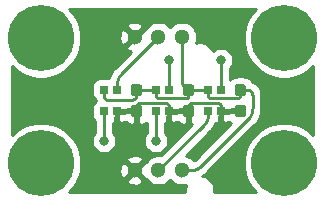
<source format=gtl>
%TF.GenerationSoftware,KiCad,Pcbnew,(5.1.10)-1*%
%TF.CreationDate,2021-09-27T16:18:06+09:00*%
%TF.ProjectId,EXTERNAL_LED_BOARD,45585445-524e-4414-9c5f-4c45445f424f,rev?*%
%TF.SameCoordinates,Original*%
%TF.FileFunction,Copper,L1,Top*%
%TF.FilePolarity,Positive*%
%FSLAX46Y46*%
G04 Gerber Fmt 4.6, Leading zero omitted, Abs format (unit mm)*
G04 Created by KiCad (PCBNEW (5.1.10)-1) date 2021-09-27 16:18:06*
%MOMM*%
%LPD*%
G01*
G04 APERTURE LIST*
%TA.AperFunction,SMDPad,CuDef*%
%ADD10R,0.700000X0.700000*%
%TD*%
%TA.AperFunction,ComponentPad*%
%ADD11C,1.300000*%
%TD*%
%TA.AperFunction,ConnectorPad*%
%ADD12C,5.600000*%
%TD*%
%TA.AperFunction,ComponentPad*%
%ADD13C,3.600000*%
%TD*%
%TA.AperFunction,ViaPad*%
%ADD14C,0.800000*%
%TD*%
%TA.AperFunction,Conductor*%
%ADD15C,0.250000*%
%TD*%
%TA.AperFunction,Conductor*%
%ADD16C,0.254000*%
%TD*%
%TA.AperFunction,Conductor*%
%ADD17C,0.100000*%
%TD*%
G04 APERTURE END LIST*
D10*
%TO.P,U3,2*%
%TO.N,GND*%
X139656000Y-99920501D03*
%TO.P,U3,1*%
%TO.N,/OUT*%
X138556000Y-99920501D03*
%TO.P,U3,4*%
%TO.N,+5V*%
X138556000Y-98090501D03*
%TO.P,U3,3*%
%TO.N,Net-(U2-Pad1)*%
X139656000Y-98090501D03*
%TD*%
%TO.P,U2,2*%
%TO.N,GND*%
X135256000Y-99920501D03*
%TO.P,U2,1*%
%TO.N,Net-(U2-Pad1)*%
X134156000Y-99920501D03*
%TO.P,U2,4*%
%TO.N,+5V*%
X134156000Y-98090501D03*
%TO.P,U2,3*%
%TO.N,Net-(U1-Pad1)*%
X135256000Y-98090501D03*
%TD*%
%TO.P,C3,2*%
%TO.N,GND*%
%TA.AperFunction,SMDPad,CuDef*%
G36*
G01*
X141068500Y-99355501D02*
X141543500Y-99355501D01*
G75*
G02*
X141781000Y-99593001I0J-237500D01*
G01*
X141781000Y-100168001D01*
G75*
G02*
X141543500Y-100405501I-237500J0D01*
G01*
X141068500Y-100405501D01*
G75*
G02*
X140831000Y-100168001I0J237500D01*
G01*
X140831000Y-99593001D01*
G75*
G02*
X141068500Y-99355501I237500J0D01*
G01*
G37*
%TD.AperFunction*%
%TO.P,C3,1*%
%TO.N,+5V*%
%TA.AperFunction,SMDPad,CuDef*%
G36*
G01*
X141068500Y-97605501D02*
X141543500Y-97605501D01*
G75*
G02*
X141781000Y-97843001I0J-237500D01*
G01*
X141781000Y-98418001D01*
G75*
G02*
X141543500Y-98655501I-237500J0D01*
G01*
X141068500Y-98655501D01*
G75*
G02*
X140831000Y-98418001I0J237500D01*
G01*
X140831000Y-97843001D01*
G75*
G02*
X141068500Y-97605501I237500J0D01*
G01*
G37*
%TD.AperFunction*%
%TD*%
%TO.P,C2,2*%
%TO.N,GND*%
%TA.AperFunction,SMDPad,CuDef*%
G36*
G01*
X136668500Y-99355501D02*
X137143500Y-99355501D01*
G75*
G02*
X137381000Y-99593001I0J-237500D01*
G01*
X137381000Y-100168001D01*
G75*
G02*
X137143500Y-100405501I-237500J0D01*
G01*
X136668500Y-100405501D01*
G75*
G02*
X136431000Y-100168001I0J237500D01*
G01*
X136431000Y-99593001D01*
G75*
G02*
X136668500Y-99355501I237500J0D01*
G01*
G37*
%TD.AperFunction*%
%TO.P,C2,1*%
%TO.N,+5V*%
%TA.AperFunction,SMDPad,CuDef*%
G36*
G01*
X136668500Y-97605501D02*
X137143500Y-97605501D01*
G75*
G02*
X137381000Y-97843001I0J-237500D01*
G01*
X137381000Y-98418001D01*
G75*
G02*
X137143500Y-98655501I-237500J0D01*
G01*
X136668500Y-98655501D01*
G75*
G02*
X136431000Y-98418001I0J237500D01*
G01*
X136431000Y-97843001D01*
G75*
G02*
X136668500Y-97605501I237500J0D01*
G01*
G37*
%TD.AperFunction*%
%TD*%
D11*
%TO.P,J2,3*%
%TO.N,GND*%
X132356000Y-104911000D03*
%TO.P,J2,2*%
%TO.N,/OUT*%
X134356000Y-104911000D03*
%TO.P,J2,1*%
%TO.N,+5V*%
X136356000Y-104911000D03*
%TD*%
%TO.P,J1,3*%
%TO.N,GND*%
X132356000Y-93620400D03*
%TO.P,J1,2*%
%TO.N,/IN*%
X134356000Y-93620400D03*
%TO.P,J1,1*%
%TO.N,+5V*%
X136356000Y-93620400D03*
%TD*%
D10*
%TO.P,U1,2*%
%TO.N,GND*%
X130856000Y-99920501D03*
%TO.P,U1,1*%
%TO.N,Net-(U1-Pad1)*%
X129756000Y-99920501D03*
%TO.P,U1,4*%
%TO.N,+5V*%
X129756000Y-98090501D03*
%TO.P,U1,3*%
%TO.N,/IN*%
X130856000Y-98090501D03*
%TD*%
%TO.P,C1,2*%
%TO.N,GND*%
%TA.AperFunction,SMDPad,CuDef*%
G36*
G01*
X132268500Y-99355501D02*
X132743500Y-99355501D01*
G75*
G02*
X132981000Y-99593001I0J-237500D01*
G01*
X132981000Y-100168001D01*
G75*
G02*
X132743500Y-100405501I-237500J0D01*
G01*
X132268500Y-100405501D01*
G75*
G02*
X132031000Y-100168001I0J237500D01*
G01*
X132031000Y-99593001D01*
G75*
G02*
X132268500Y-99355501I237500J0D01*
G01*
G37*
%TD.AperFunction*%
%TO.P,C1,1*%
%TO.N,+5V*%
%TA.AperFunction,SMDPad,CuDef*%
G36*
G01*
X132268500Y-97605501D02*
X132743500Y-97605501D01*
G75*
G02*
X132981000Y-97843001I0J-237500D01*
G01*
X132981000Y-98418001D01*
G75*
G02*
X132743500Y-98655501I-237500J0D01*
G01*
X132268500Y-98655501D01*
G75*
G02*
X132031000Y-98418001I0J237500D01*
G01*
X132031000Y-97843001D01*
G75*
G02*
X132268500Y-97605501I237500J0D01*
G01*
G37*
%TD.AperFunction*%
%TD*%
D12*
%TO.P,H3,1*%
%TO.N,N/C*%
X124406000Y-104306000D03*
D13*
X124406000Y-104306000D03*
%TD*%
D12*
%TO.P,H4,1*%
%TO.N,N/C*%
X145006000Y-104306000D03*
D13*
X145006000Y-104306000D03*
%TD*%
D12*
%TO.P,H2,1*%
%TO.N,N/C*%
X145006000Y-93705500D03*
D13*
X145006000Y-93705500D03*
%TD*%
D12*
%TO.P,H1,1*%
%TO.N,N/C*%
X124406000Y-93705500D03*
D13*
X124406000Y-93705500D03*
%TD*%
D14*
%TO.N,Net-(U1-Pad1)*%
X135256000Y-95590501D03*
X129756000Y-102420501D03*
%TO.N,Net-(U2-Pad1)*%
X134156000Y-102420501D03*
X139656000Y-95590501D03*
%TD*%
D15*
%TO.N,GND*%
X139656000Y-99498600D02*
X139655736Y-99482534D01*
X139655736Y-99482534D02*
X139654945Y-99466994D01*
X139654945Y-99466994D02*
X139653629Y-99451982D01*
X139653629Y-99451982D02*
X139651784Y-99437497D01*
X139651784Y-99437497D02*
X139649414Y-99423537D01*
X139649414Y-99423537D02*
X139646517Y-99410105D01*
X139646517Y-99410105D02*
X139643093Y-99397201D01*
X139643093Y-99397201D02*
X139639142Y-99384822D01*
X139639142Y-99384822D02*
X139634666Y-99372970D01*
X139634666Y-99372970D02*
X139629660Y-99361646D01*
X139629660Y-99361646D02*
X139624131Y-99350847D01*
X139624131Y-99350847D02*
X139618073Y-99340576D01*
X139618073Y-99340576D02*
X139611489Y-99330830D01*
X139611489Y-99330830D02*
X139604377Y-99321612D01*
X139604377Y-99321612D02*
X139596741Y-99312922D01*
X139596741Y-99312922D02*
X139588575Y-99304758D01*
X139588575Y-99304758D02*
X139579884Y-99297119D01*
X139579884Y-99297119D02*
X139570665Y-99290008D01*
X139570665Y-99290008D02*
X139560922Y-99283424D01*
X139560922Y-99283424D02*
X139550650Y-99277367D01*
X139550650Y-99277367D02*
X139539852Y-99271836D01*
X139539852Y-99271836D02*
X139528527Y-99266832D01*
X139528527Y-99266832D02*
X139516675Y-99262354D01*
X139516675Y-99262354D02*
X139504296Y-99258404D01*
X139504296Y-99258404D02*
X139491392Y-99254979D01*
X139491392Y-99254979D02*
X139477959Y-99252083D01*
X139477959Y-99252083D02*
X139464001Y-99249713D01*
X139464001Y-99249713D02*
X139449515Y-99247868D01*
X139449515Y-99247868D02*
X139434504Y-99246552D01*
X139434504Y-99246552D02*
X139418964Y-99245762D01*
X139418964Y-99245762D02*
X139402900Y-99245500D01*
X137101500Y-99245500D02*
X137089090Y-99245702D01*
X137089090Y-99245702D02*
X137077087Y-99246312D01*
X137077087Y-99246312D02*
X137065491Y-99247329D01*
X137065491Y-99247329D02*
X137054302Y-99248754D01*
X137054302Y-99248754D02*
X137043519Y-99250584D01*
X137043519Y-99250584D02*
X137033144Y-99252822D01*
X137033144Y-99252822D02*
X137023176Y-99255467D01*
X137023176Y-99255467D02*
X137013615Y-99258518D01*
X137013615Y-99258518D02*
X137004461Y-99261977D01*
X137004461Y-99261977D02*
X136995712Y-99265842D01*
X136995712Y-99265842D02*
X136987373Y-99270115D01*
X136987373Y-99270115D02*
X136979438Y-99274793D01*
X136979438Y-99274793D02*
X136971911Y-99279879D01*
X136971911Y-99279879D02*
X136964790Y-99285372D01*
X136964790Y-99285372D02*
X136958077Y-99291272D01*
X136958077Y-99291272D02*
X136951770Y-99297578D01*
X136951770Y-99297578D02*
X136945871Y-99304290D01*
X136945871Y-99304290D02*
X136940379Y-99311411D01*
X136940379Y-99311411D02*
X136935293Y-99318938D01*
X136935293Y-99318938D02*
X136930614Y-99326872D01*
X136930614Y-99326872D02*
X136926342Y-99335213D01*
X136926342Y-99335213D02*
X136922477Y-99343961D01*
X136922477Y-99343961D02*
X136919017Y-99353115D01*
X136919017Y-99353115D02*
X136915967Y-99362677D01*
X136915967Y-99362677D02*
X136913322Y-99372644D01*
X136913322Y-99372644D02*
X136911084Y-99383019D01*
X136911084Y-99383019D02*
X136909254Y-99393802D01*
X136909254Y-99393802D02*
X136907830Y-99404991D01*
X136907830Y-99404991D02*
X136906812Y-99416586D01*
X136906812Y-99416586D02*
X136906202Y-99428590D01*
X136906202Y-99428590D02*
X136906000Y-99441000D01*
X135256000Y-99518200D02*
X135255715Y-99500889D01*
X135255715Y-99500889D02*
X135254864Y-99484146D01*
X135254864Y-99484146D02*
X135253444Y-99467972D01*
X135253444Y-99467972D02*
X135251458Y-99452365D01*
X135251458Y-99452365D02*
X135248904Y-99437324D01*
X135248904Y-99437324D02*
X135245783Y-99422852D01*
X135245783Y-99422852D02*
X135242094Y-99408948D01*
X135242094Y-99408948D02*
X135237838Y-99395611D01*
X135237838Y-99395611D02*
X135233013Y-99382842D01*
X135233013Y-99382842D02*
X135227623Y-99370640D01*
X135227623Y-99370640D02*
X135221663Y-99359005D01*
X135221663Y-99359005D02*
X135215136Y-99347939D01*
X135215136Y-99347939D02*
X135208042Y-99337439D01*
X135208042Y-99337439D02*
X135200380Y-99327506D01*
X135200380Y-99327506D02*
X135192151Y-99318143D01*
X135192151Y-99318143D02*
X135183354Y-99309346D01*
X135183354Y-99309346D02*
X135173990Y-99301117D01*
X135173990Y-99301117D02*
X135164058Y-99293455D01*
X135164058Y-99293455D02*
X135153559Y-99286361D01*
X135153559Y-99286361D02*
X135142492Y-99279835D01*
X135142492Y-99279835D02*
X135130858Y-99273875D01*
X135130858Y-99273875D02*
X135118655Y-99268484D01*
X135118655Y-99268484D02*
X135105886Y-99263659D01*
X135105886Y-99263659D02*
X135092549Y-99259404D01*
X135092549Y-99259404D02*
X135078645Y-99255714D01*
X135078645Y-99255714D02*
X135064172Y-99252592D01*
X135064172Y-99252592D02*
X135049132Y-99250039D01*
X135049132Y-99250039D02*
X135033525Y-99248052D01*
X135033525Y-99248052D02*
X135017351Y-99246633D01*
X135017351Y-99246633D02*
X135000609Y-99245782D01*
X135000609Y-99245782D02*
X134983300Y-99245500D01*
X132732700Y-99245500D02*
X132718309Y-99245735D01*
X132718309Y-99245735D02*
X132704390Y-99246442D01*
X132704390Y-99246442D02*
X132690945Y-99247621D01*
X132690945Y-99247621D02*
X132677970Y-99249273D01*
X132677970Y-99249273D02*
X132665467Y-99251396D01*
X132665467Y-99251396D02*
X132653436Y-99253990D01*
X132653436Y-99253990D02*
X132641877Y-99257058D01*
X132641877Y-99257058D02*
X132630790Y-99260596D01*
X132630790Y-99260596D02*
X132620174Y-99264607D01*
X132620174Y-99264607D02*
X132610030Y-99269089D01*
X132610030Y-99269089D02*
X132600359Y-99274043D01*
X132600359Y-99274043D02*
X132591159Y-99279468D01*
X132591159Y-99279468D02*
X132582429Y-99285365D01*
X132582429Y-99285365D02*
X132574174Y-99291735D01*
X132574174Y-99291735D02*
X132566389Y-99298576D01*
X132566389Y-99298576D02*
X132559076Y-99305889D01*
X132559076Y-99305889D02*
X132552235Y-99313673D01*
X132552235Y-99313673D02*
X132545865Y-99321930D01*
X132545865Y-99321930D02*
X132539969Y-99330659D01*
X132539969Y-99330659D02*
X132534542Y-99339859D01*
X132534542Y-99339859D02*
X132529588Y-99349531D01*
X132529588Y-99349531D02*
X132525107Y-99359674D01*
X132525107Y-99359674D02*
X132521096Y-99370290D01*
X132521096Y-99370290D02*
X132517557Y-99381377D01*
X132517557Y-99381377D02*
X132514491Y-99392936D01*
X132514491Y-99392936D02*
X132511896Y-99404966D01*
X132511896Y-99404966D02*
X132509773Y-99417470D01*
X132509773Y-99417470D02*
X132508122Y-99430444D01*
X132508122Y-99430444D02*
X132506942Y-99443890D01*
X132506942Y-99443890D02*
X132506235Y-99457809D01*
X132506235Y-99457809D02*
X132506000Y-99472200D01*
X132466000Y-99920501D02*
X132506000Y-99880501D01*
X130856000Y-99920501D02*
X132466000Y-99920501D01*
X135256000Y-99735499D02*
X135256000Y-99920501D01*
X136866000Y-99920501D02*
X136906000Y-99880501D01*
X135256000Y-99920501D02*
X136866000Y-99920501D01*
X141266000Y-99920501D02*
X141306000Y-99880501D01*
X139656000Y-99920501D02*
X141266000Y-99920501D01*
X132506000Y-99880501D02*
X132506000Y-99472200D01*
X132732700Y-99245500D02*
X134983300Y-99245500D01*
X132506000Y-99472200D02*
X132732700Y-99245500D01*
X135256000Y-99518200D02*
X135256000Y-99920501D01*
X136906000Y-99880501D02*
X136906000Y-99441000D01*
X137101500Y-99245500D02*
X139402900Y-99245500D01*
X136906000Y-99441000D02*
X137101500Y-99245500D01*
X139656000Y-99498600D02*
X139656000Y-99920501D01*
%TO.N,+5V*%
X142328900Y-98552000D02*
X142328460Y-98525243D01*
X142328460Y-98525243D02*
X142327144Y-98499365D01*
X142327144Y-98499365D02*
X142324951Y-98474365D01*
X142324951Y-98474365D02*
X142321881Y-98450242D01*
X142321881Y-98450242D02*
X142317933Y-98426996D01*
X142317933Y-98426996D02*
X142313109Y-98404628D01*
X142313109Y-98404628D02*
X142307408Y-98383136D01*
X142307408Y-98383136D02*
X142300828Y-98362521D01*
X142300828Y-98362521D02*
X142293371Y-98342785D01*
X142293371Y-98342785D02*
X142285038Y-98323924D01*
X142285038Y-98323924D02*
X142275827Y-98305941D01*
X142275827Y-98305941D02*
X142265740Y-98288836D01*
X142265740Y-98288836D02*
X142254774Y-98272607D01*
X142254774Y-98272607D02*
X142242932Y-98257257D01*
X142242932Y-98257257D02*
X142230212Y-98242783D01*
X142230212Y-98242783D02*
X142216615Y-98229186D01*
X142216615Y-98229186D02*
X142202141Y-98216466D01*
X142202141Y-98216466D02*
X142186791Y-98204623D01*
X142186791Y-98204623D02*
X142170562Y-98193659D01*
X142170562Y-98193659D02*
X142153457Y-98183570D01*
X142153457Y-98183570D02*
X142135474Y-98174359D01*
X142135474Y-98174359D02*
X142116613Y-98166027D01*
X142116613Y-98166027D02*
X142096877Y-98158570D01*
X142096877Y-98158570D02*
X142076262Y-98151990D01*
X142076262Y-98151990D02*
X142054770Y-98146290D01*
X142054770Y-98146290D02*
X142032401Y-98141465D01*
X142032401Y-98141465D02*
X142009155Y-98137518D01*
X142009155Y-98137518D02*
X141985032Y-98134446D01*
X141985032Y-98134446D02*
X141960032Y-98132254D01*
X141960032Y-98132254D02*
X141934154Y-98130938D01*
X141934154Y-98130938D02*
X141907401Y-98130501D01*
X136906000Y-98590100D02*
X136905785Y-98603135D01*
X136905785Y-98603135D02*
X136905144Y-98615746D01*
X136905144Y-98615746D02*
X136904075Y-98627927D01*
X136904075Y-98627927D02*
X136902579Y-98639684D01*
X136902579Y-98639684D02*
X136900655Y-98651010D01*
X136900655Y-98651010D02*
X136898304Y-98661910D01*
X136898304Y-98661910D02*
X136895526Y-98672383D01*
X136895526Y-98672383D02*
X136892319Y-98682428D01*
X136892319Y-98682428D02*
X136888687Y-98692046D01*
X136888687Y-98692046D02*
X136884626Y-98701236D01*
X136884626Y-98701236D02*
X136880138Y-98709999D01*
X136880138Y-98709999D02*
X136875222Y-98718333D01*
X136875222Y-98718333D02*
X136869879Y-98726241D01*
X136869879Y-98726241D02*
X136864108Y-98733722D01*
X136864108Y-98733722D02*
X136857910Y-98740775D01*
X136857910Y-98740775D02*
X136851285Y-98747400D01*
X136851285Y-98747400D02*
X136844231Y-98753599D01*
X136844231Y-98753599D02*
X136836752Y-98759369D01*
X136836752Y-98759369D02*
X136828843Y-98764712D01*
X136828843Y-98764712D02*
X136820509Y-98769628D01*
X136820509Y-98769628D02*
X136811745Y-98774116D01*
X136811745Y-98774116D02*
X136802556Y-98778177D01*
X136802556Y-98778177D02*
X136792938Y-98781809D01*
X136792938Y-98781809D02*
X136782893Y-98785016D01*
X136782893Y-98785016D02*
X136772420Y-98787795D01*
X136772420Y-98787795D02*
X136761520Y-98790145D01*
X136761520Y-98790145D02*
X136750193Y-98792069D01*
X136750193Y-98792069D02*
X136738439Y-98793565D01*
X136738439Y-98793565D02*
X136726256Y-98794634D01*
X136726256Y-98794634D02*
X136713647Y-98795275D01*
X136713647Y-98795275D02*
X136700610Y-98795490D01*
X134431690Y-98795490D02*
X134414189Y-98795202D01*
X134414189Y-98795202D02*
X134397263Y-98794342D01*
X134397263Y-98794342D02*
X134380910Y-98792907D01*
X134380910Y-98792907D02*
X134365132Y-98790899D01*
X134365132Y-98790899D02*
X134349929Y-98788317D01*
X134349929Y-98788317D02*
X134335297Y-98785162D01*
X134335297Y-98785162D02*
X134321240Y-98781432D01*
X134321240Y-98781432D02*
X134307757Y-98777128D01*
X134307757Y-98777128D02*
X134294847Y-98772252D01*
X134294847Y-98772252D02*
X134282511Y-98766801D01*
X134282511Y-98766801D02*
X134270750Y-98760777D01*
X134270750Y-98760777D02*
X134259561Y-98754178D01*
X134259561Y-98754178D02*
X134248947Y-98747006D01*
X134248947Y-98747006D02*
X134238907Y-98739261D01*
X134238907Y-98739261D02*
X134229439Y-98730941D01*
X134229439Y-98730941D02*
X134220546Y-98722048D01*
X134220546Y-98722048D02*
X134212227Y-98712581D01*
X134212227Y-98712581D02*
X134204480Y-98702539D01*
X134204480Y-98702539D02*
X134197309Y-98691925D01*
X134197309Y-98691925D02*
X134190711Y-98680737D01*
X134190711Y-98680737D02*
X134184686Y-98668975D01*
X134184686Y-98668975D02*
X134179235Y-98656640D01*
X134179235Y-98656640D02*
X134174359Y-98643730D01*
X134174359Y-98643730D02*
X134170055Y-98630247D01*
X134170055Y-98630247D02*
X134166326Y-98616190D01*
X134166326Y-98616190D02*
X134163171Y-98601559D01*
X134163171Y-98601559D02*
X134160588Y-98586355D01*
X134160588Y-98586355D02*
X134158580Y-98570575D01*
X134158580Y-98570575D02*
X134157147Y-98554224D01*
X134157147Y-98554224D02*
X134156285Y-98537297D01*
X134156285Y-98537297D02*
X134156000Y-98519800D01*
X141306000Y-98444600D02*
X141305633Y-98466871D01*
X141305633Y-98466871D02*
X141304538Y-98488414D01*
X141304538Y-98488414D02*
X141302712Y-98509226D01*
X141302712Y-98509226D02*
X141300156Y-98529309D01*
X141300156Y-98529309D02*
X141296870Y-98548661D01*
X141296870Y-98548661D02*
X141292854Y-98567282D01*
X141292854Y-98567282D02*
X141288107Y-98585174D01*
X141288107Y-98585174D02*
X141282630Y-98602334D01*
X141282630Y-98602334D02*
X141276423Y-98618766D01*
X141276423Y-98618766D02*
X141269485Y-98634466D01*
X141269485Y-98634466D02*
X141261818Y-98649437D01*
X141261818Y-98649437D02*
X141253420Y-98663676D01*
X141253420Y-98663676D02*
X141244291Y-98677186D01*
X141244291Y-98677186D02*
X141234433Y-98689966D01*
X141234433Y-98689966D02*
X141223844Y-98702016D01*
X141223844Y-98702016D02*
X141212525Y-98713334D01*
X141212525Y-98713334D02*
X141200476Y-98723924D01*
X141200476Y-98723924D02*
X141187696Y-98733781D01*
X141187696Y-98733781D02*
X141174186Y-98742910D01*
X141174186Y-98742910D02*
X141159947Y-98751308D01*
X141159947Y-98751308D02*
X141144976Y-98758976D01*
X141144976Y-98758976D02*
X141129276Y-98765913D01*
X141129276Y-98765913D02*
X141112845Y-98772120D01*
X141112845Y-98772120D02*
X141095683Y-98777597D01*
X141095683Y-98777597D02*
X141077791Y-98782345D01*
X141077791Y-98782345D02*
X141059170Y-98786360D01*
X141059170Y-98786360D02*
X141039818Y-98789647D01*
X141039818Y-98789647D02*
X141019736Y-98792202D01*
X141019736Y-98792202D02*
X140998924Y-98794029D01*
X140998924Y-98794029D02*
X140977381Y-98795123D01*
X140977381Y-98795123D02*
X140955110Y-98795490D01*
X138813190Y-98795490D02*
X138796862Y-98795221D01*
X138796862Y-98795221D02*
X138781073Y-98794419D01*
X138781073Y-98794419D02*
X138765818Y-98793080D01*
X138765818Y-98793080D02*
X138751099Y-98791207D01*
X138751099Y-98791207D02*
X138736914Y-98788798D01*
X138736914Y-98788798D02*
X138723266Y-98785855D01*
X138723266Y-98785855D02*
X138710153Y-98782375D01*
X138710153Y-98782375D02*
X138697573Y-98778360D01*
X138697573Y-98778360D02*
X138685531Y-98773811D01*
X138685531Y-98773811D02*
X138674022Y-98768726D01*
X138674022Y-98768726D02*
X138663050Y-98763106D01*
X138663050Y-98763106D02*
X138652612Y-98756950D01*
X138652612Y-98756950D02*
X138642709Y-98750259D01*
X138642709Y-98750259D02*
X138633343Y-98743034D01*
X138633343Y-98743034D02*
X138624511Y-98735272D01*
X138624511Y-98735272D02*
X138616214Y-98726976D01*
X138616214Y-98726976D02*
X138608454Y-98718145D01*
X138608454Y-98718145D02*
X138601227Y-98708776D01*
X138601227Y-98708776D02*
X138594536Y-98698875D01*
X138594536Y-98698875D02*
X138588382Y-98688438D01*
X138588382Y-98688438D02*
X138582761Y-98677465D01*
X138582761Y-98677465D02*
X138577677Y-98665957D01*
X138577677Y-98665957D02*
X138573126Y-98653913D01*
X138573126Y-98653913D02*
X138569112Y-98641335D01*
X138569112Y-98641335D02*
X138565633Y-98628222D01*
X138565633Y-98628222D02*
X138562689Y-98614572D01*
X138562689Y-98614572D02*
X138560280Y-98600389D01*
X138560280Y-98600389D02*
X138558407Y-98585668D01*
X138558407Y-98585668D02*
X138557069Y-98570414D01*
X138557069Y-98570414D02*
X138556266Y-98554623D01*
X138556266Y-98554623D02*
X138556000Y-98538300D01*
X136904721Y-98526833D02*
X136905679Y-98507984D01*
X136905679Y-98507984D02*
X136906000Y-98488500D01*
X132506000Y-98368400D02*
X132506443Y-98395508D01*
X132506443Y-98395508D02*
X132507776Y-98421730D01*
X132507776Y-98421730D02*
X132509998Y-98447060D01*
X132509998Y-98447060D02*
X132513110Y-98471505D01*
X132513110Y-98471505D02*
X132517109Y-98495059D01*
X132517109Y-98495059D02*
X132521998Y-98517725D01*
X132521998Y-98517725D02*
X132527774Y-98539501D01*
X132527774Y-98539501D02*
X132534442Y-98560389D01*
X132506000Y-98494300D02*
X132505542Y-98522145D01*
X132505542Y-98522145D02*
X132504172Y-98549078D01*
X132504172Y-98549078D02*
X132501890Y-98575100D01*
X132501890Y-98575100D02*
X132498695Y-98600207D01*
X132498695Y-98600207D02*
X132494586Y-98624402D01*
X132494586Y-98624402D02*
X132489565Y-98647684D01*
X132489565Y-98647684D02*
X132483629Y-98670053D01*
X132483629Y-98670053D02*
X132476782Y-98691509D01*
X132476782Y-98691509D02*
X132469023Y-98712051D01*
X132469023Y-98712051D02*
X132460348Y-98731681D01*
X132460348Y-98731681D02*
X132450762Y-98750397D01*
X132450762Y-98750397D02*
X132440262Y-98768200D01*
X132440262Y-98768200D02*
X132428849Y-98785092D01*
X132428849Y-98785092D02*
X132416524Y-98801070D01*
X132416524Y-98801070D02*
X132403285Y-98816134D01*
X132403285Y-98816134D02*
X132389134Y-98830286D01*
X132389134Y-98830286D02*
X132374069Y-98843524D01*
X132374069Y-98843524D02*
X132358091Y-98855849D01*
X132358091Y-98855849D02*
X132341201Y-98867262D01*
X132341201Y-98867262D02*
X132323398Y-98877762D01*
X132323398Y-98877762D02*
X132304680Y-98887348D01*
X132304680Y-98887348D02*
X132285051Y-98896021D01*
X132285051Y-98896021D02*
X132264509Y-98903782D01*
X132264509Y-98903782D02*
X132243052Y-98910630D01*
X132243052Y-98910630D02*
X132220684Y-98916564D01*
X132220684Y-98916564D02*
X132197402Y-98921586D01*
X132197402Y-98921586D02*
X132173208Y-98925694D01*
X132173208Y-98925694D02*
X132148100Y-98928891D01*
X132148100Y-98928891D02*
X132122078Y-98931172D01*
X132122078Y-98931172D02*
X132095145Y-98932542D01*
X132095145Y-98932542D02*
X132067300Y-98933000D01*
X130048000Y-98933000D02*
X130029464Y-98932695D01*
X130029464Y-98932695D02*
X130011536Y-98931783D01*
X130011536Y-98931783D02*
X129994217Y-98930265D01*
X129994217Y-98930265D02*
X129977506Y-98928136D01*
X129977506Y-98928136D02*
X129961401Y-98925403D01*
X129961401Y-98925403D02*
X129945904Y-98922060D01*
X129945904Y-98922060D02*
X129931016Y-98918110D01*
X129931016Y-98918110D02*
X129916735Y-98913552D01*
X129916735Y-98913552D02*
X129903062Y-98908386D01*
X129903062Y-98908386D02*
X129889996Y-98902614D01*
X129889996Y-98902614D02*
X129877538Y-98896233D01*
X129877538Y-98896233D02*
X129865688Y-98889244D01*
X129865688Y-98889244D02*
X129854446Y-98881648D01*
X129854446Y-98881648D02*
X129843811Y-98873444D01*
X129843811Y-98873444D02*
X129833784Y-98864633D01*
X129833784Y-98864633D02*
X129824366Y-98855213D01*
X129824366Y-98855213D02*
X129815553Y-98845186D01*
X129815553Y-98845186D02*
X129807349Y-98834552D01*
X129807349Y-98834552D02*
X129799753Y-98823308D01*
X129799753Y-98823308D02*
X129792763Y-98811459D01*
X129792763Y-98811459D02*
X129786383Y-98799001D01*
X129786383Y-98799001D02*
X129780610Y-98785935D01*
X129780610Y-98785935D02*
X129775444Y-98772262D01*
X129775444Y-98772262D02*
X129770887Y-98757981D01*
X129770887Y-98757981D02*
X129766937Y-98743092D01*
X129766937Y-98743092D02*
X129763595Y-98727596D01*
X129763595Y-98727596D02*
X129760861Y-98711491D01*
X129760861Y-98711491D02*
X129758734Y-98694780D01*
X129758734Y-98694780D02*
X129757213Y-98677460D01*
X129757213Y-98677460D02*
X129756303Y-98659533D01*
X129756303Y-98659533D02*
X129756000Y-98641000D01*
X134116000Y-98130501D02*
X134156000Y-98090501D01*
X132506000Y-98130501D02*
X134116000Y-98130501D01*
X134156000Y-98090501D02*
X134156000Y-98275503D01*
X138516000Y-98130501D02*
X138556000Y-98090501D01*
X136906000Y-98130501D02*
X138516000Y-98130501D01*
X129756000Y-98090501D02*
X129756000Y-98641000D01*
X130048000Y-98933000D02*
X132067300Y-98933000D01*
X132506000Y-98494300D02*
X132506000Y-98130501D01*
X132506000Y-98130501D02*
X132506000Y-98482700D01*
X132506000Y-98130501D02*
X132506000Y-98368400D01*
X138556000Y-98090501D02*
X138556000Y-98538300D01*
X138813190Y-98795490D02*
X140955110Y-98795490D01*
X141306000Y-98444600D02*
X141306000Y-98130501D01*
X136906000Y-98488500D02*
X136906000Y-98130501D01*
X134156000Y-98090501D02*
X134156000Y-98519800D01*
X134431690Y-98795490D02*
X136700610Y-98795490D01*
X136906000Y-98590100D02*
X136906000Y-98130501D01*
X136356000Y-97580501D02*
X136906000Y-98130501D01*
X136356000Y-93620400D02*
X136356000Y-97580501D01*
X141306000Y-98130501D02*
X141907401Y-98130501D01*
X141975346Y-100531664D02*
X142016199Y-100488753D01*
X142016199Y-100488753D02*
X142054898Y-100443890D01*
X142054898Y-100443890D02*
X142091349Y-100397183D01*
X142091349Y-100397183D02*
X142125465Y-100348743D01*
X142125465Y-100348743D02*
X142157162Y-100298687D01*
X142157162Y-100298687D02*
X142186365Y-100247136D01*
X142186365Y-100247136D02*
X142213004Y-100194215D01*
X142213004Y-100194215D02*
X142237013Y-100140050D01*
X142237013Y-100140050D02*
X142258336Y-100084772D01*
X142258336Y-100084772D02*
X142276921Y-100028515D01*
X142276921Y-100028515D02*
X142292724Y-99971413D01*
X142292724Y-99971413D02*
X142305705Y-99913605D01*
X142305705Y-99913605D02*
X142315834Y-99855230D01*
X142315834Y-99855230D02*
X142323086Y-99796428D01*
X142323086Y-99796428D02*
X142327445Y-99737340D01*
X142327445Y-99737340D02*
X142328900Y-99678111D01*
X142328900Y-99678111D02*
X142328900Y-98552000D01*
X137096011Y-104911000D02*
X136356000Y-104911000D01*
X137096011Y-104911000D02*
X137155240Y-104909545D01*
X137155240Y-104909545D02*
X137214328Y-104905187D01*
X137214328Y-104905187D02*
X137273130Y-104897934D01*
X137273130Y-104897934D02*
X137331505Y-104887805D01*
X137331505Y-104887805D02*
X137389313Y-104874824D01*
X137389313Y-104874824D02*
X137446415Y-104859021D01*
X137446415Y-104859021D02*
X137502672Y-104840436D01*
X137502672Y-104840436D02*
X137557950Y-104819113D01*
X137557950Y-104819113D02*
X137612115Y-104795104D01*
X137612115Y-104795104D02*
X137665036Y-104768465D01*
X137665036Y-104768465D02*
X137716587Y-104739262D01*
X137716587Y-104739262D02*
X137766643Y-104707565D01*
X137766643Y-104707565D02*
X137815083Y-104673449D01*
X137815083Y-104673449D02*
X137861790Y-104636998D01*
X137861790Y-104636998D02*
X137906653Y-104598299D01*
X137906653Y-104598299D02*
X137949564Y-104557446D01*
X137949564Y-104557446D02*
X141975346Y-100531664D01*
%TO.N,/IN*%
X131209553Y-96766846D02*
X134356000Y-93620400D01*
X131209553Y-96766846D02*
X131168699Y-96809755D01*
X131168699Y-96809755D02*
X131130000Y-96854618D01*
X131130000Y-96854618D02*
X131093548Y-96901326D01*
X131093548Y-96901326D02*
X131059433Y-96949766D01*
X131059433Y-96949766D02*
X131027736Y-96999822D01*
X131027736Y-96999822D02*
X130998533Y-97051373D01*
X130998533Y-97051373D02*
X130971894Y-97104294D01*
X130971894Y-97104294D02*
X130947885Y-97158459D01*
X130947885Y-97158459D02*
X130926562Y-97213737D01*
X130926562Y-97213737D02*
X130907977Y-97269995D01*
X130907977Y-97269995D02*
X130892175Y-97327096D01*
X130892175Y-97327096D02*
X130879193Y-97384904D01*
X130879193Y-97384904D02*
X130869064Y-97443280D01*
X130869064Y-97443280D02*
X130861812Y-97502082D01*
X130861812Y-97502082D02*
X130857453Y-97561170D01*
X130857453Y-97561170D02*
X130856000Y-97620400D01*
X130856000Y-97620400D02*
X130856000Y-98090501D01*
%TO.N,/OUT*%
X138202446Y-101064553D02*
X134356000Y-104911000D01*
X138202446Y-101064553D02*
X138243299Y-101021642D01*
X138243299Y-101021642D02*
X138281998Y-100976779D01*
X138281998Y-100976779D02*
X138318449Y-100930072D01*
X138318449Y-100930072D02*
X138352565Y-100881632D01*
X138352565Y-100881632D02*
X138384262Y-100831576D01*
X138384262Y-100831576D02*
X138413465Y-100780025D01*
X138413465Y-100780025D02*
X138440104Y-100727104D01*
X138440104Y-100727104D02*
X138464113Y-100672939D01*
X138464113Y-100672939D02*
X138485436Y-100617661D01*
X138485436Y-100617661D02*
X138504021Y-100561404D01*
X138504021Y-100561404D02*
X138519824Y-100504302D01*
X138519824Y-100504302D02*
X138532805Y-100446494D01*
X138532805Y-100446494D02*
X138542934Y-100388119D01*
X138542934Y-100388119D02*
X138550186Y-100329317D01*
X138550186Y-100329317D02*
X138554545Y-100270229D01*
X138554545Y-100270229D02*
X138556000Y-100211000D01*
X138556000Y-100211000D02*
X138556000Y-99920501D01*
%TO.N,Net-(U1-Pad1)*%
X129756000Y-99920501D02*
X129756000Y-102420501D01*
X135256000Y-98090501D02*
X135256000Y-95590501D01*
%TO.N,Net-(U2-Pad1)*%
X134156000Y-99920501D02*
X134156000Y-102420501D01*
X139656000Y-98090501D02*
X139656000Y-95590501D01*
%TD*%
D16*
%TO.N,GND*%
X142337862Y-91515815D02*
X141961943Y-92078418D01*
X141703006Y-92703548D01*
X141571000Y-93367182D01*
X141571000Y-94043818D01*
X141703006Y-94707452D01*
X141961943Y-95332582D01*
X142337862Y-95895185D01*
X142816315Y-96373638D01*
X143378918Y-96749557D01*
X144004048Y-97008494D01*
X144667682Y-97140500D01*
X145344318Y-97140500D01*
X146007952Y-97008494D01*
X146633082Y-96749557D01*
X147195685Y-96373638D01*
X147470999Y-96098324D01*
X147471001Y-101913178D01*
X147195685Y-101637862D01*
X146633082Y-101261943D01*
X146007952Y-101003006D01*
X145344318Y-100871000D01*
X144667682Y-100871000D01*
X144004048Y-101003006D01*
X143378918Y-101261943D01*
X142816315Y-101637862D01*
X142337862Y-102116315D01*
X141961943Y-102678918D01*
X141703006Y-103304048D01*
X141571000Y-103967682D01*
X141571000Y-104644318D01*
X141703006Y-105307952D01*
X141961943Y-105933082D01*
X142337862Y-106495685D01*
X142612677Y-106770500D01*
X139083469Y-106770500D01*
X139091000Y-106732637D01*
X139091000Y-106489363D01*
X139043540Y-106250764D01*
X138950443Y-106026008D01*
X138815287Y-105823733D01*
X138643267Y-105651713D01*
X138440992Y-105516557D01*
X138216236Y-105423460D01*
X138094824Y-105399310D01*
X138107427Y-105391329D01*
X138123669Y-105382128D01*
X138138930Y-105371380D01*
X138157483Y-105359631D01*
X138173740Y-105350422D01*
X138189007Y-105339669D01*
X138204776Y-105329684D01*
X138219502Y-105318192D01*
X138237461Y-105305544D01*
X138253231Y-105295557D01*
X138267950Y-105284070D01*
X138283225Y-105273312D01*
X138297366Y-105261114D01*
X138314662Y-105247616D01*
X138329931Y-105236862D01*
X138344075Y-105224662D01*
X138358801Y-105213169D01*
X138372327Y-105200291D01*
X138388938Y-105185962D01*
X138403653Y-105174479D01*
X138417183Y-105161598D01*
X138431332Y-105149393D01*
X138444205Y-105135872D01*
X138453339Y-105127176D01*
X138460566Y-105121245D01*
X138480356Y-105101455D01*
X138500642Y-105082142D01*
X138506753Y-105075059D01*
X142492966Y-101088846D01*
X142500042Y-101082742D01*
X142519335Y-101062477D01*
X142539145Y-101042667D01*
X142545081Y-101035434D01*
X142553772Y-101026305D01*
X142567293Y-101013432D01*
X142579498Y-100999283D01*
X142592379Y-100985753D01*
X142603862Y-100971038D01*
X142618191Y-100954427D01*
X142631069Y-100940901D01*
X142642562Y-100926175D01*
X142654762Y-100912031D01*
X142665514Y-100896763D01*
X142679014Y-100879466D01*
X142691212Y-100865325D01*
X142701970Y-100850050D01*
X142713457Y-100835331D01*
X142723444Y-100819561D01*
X142736092Y-100801602D01*
X142747584Y-100786876D01*
X142757569Y-100771107D01*
X142768322Y-100755840D01*
X142777531Y-100739583D01*
X142789280Y-100721030D01*
X142800028Y-100705769D01*
X142809229Y-100689527D01*
X142819227Y-100673738D01*
X142827629Y-100657046D01*
X142838432Y-100637975D01*
X142848425Y-100622195D01*
X142856829Y-100605499D01*
X142866033Y-100589252D01*
X142873595Y-100572193D01*
X142883466Y-100552583D01*
X142892678Y-100536321D01*
X142900245Y-100519249D01*
X142908636Y-100502580D01*
X142915359Y-100485152D01*
X142924263Y-100465065D01*
X142932651Y-100448400D01*
X142939368Y-100430986D01*
X142946944Y-100413895D01*
X142952806Y-100396151D01*
X142960694Y-100375700D01*
X142968265Y-100358621D01*
X142974126Y-100340880D01*
X142980846Y-100323459D01*
X142985824Y-100305469D01*
X142992711Y-100284624D01*
X142999430Y-100267206D01*
X143004410Y-100249210D01*
X143010272Y-100231467D01*
X143014365Y-100213240D01*
X143020217Y-100192094D01*
X143026078Y-100174353D01*
X143030169Y-100156133D01*
X143035148Y-100138143D01*
X143038342Y-100119738D01*
X143043150Y-100098325D01*
X143048133Y-100080319D01*
X143051328Y-100061908D01*
X143055418Y-100043692D01*
X143057703Y-100025163D01*
X143061457Y-100003529D01*
X143065549Y-99985307D01*
X143067834Y-99966778D01*
X143071027Y-99948377D01*
X143072401Y-99929745D01*
X143075086Y-99907973D01*
X143078279Y-99889574D01*
X143079654Y-99870937D01*
X143081940Y-99852401D01*
X143082398Y-99833745D01*
X143084014Y-99811846D01*
X143086298Y-99793326D01*
X143086756Y-99774669D01*
X143088132Y-99756023D01*
X143087673Y-99737341D01*
X143087983Y-99724759D01*
X143088900Y-99715444D01*
X143088900Y-99687417D01*
X143089587Y-99659454D01*
X143088900Y-99650139D01*
X143088900Y-98583070D01*
X143089411Y-98576832D01*
X143088900Y-98545764D01*
X143088900Y-98533949D01*
X143089375Y-98523928D01*
X143088142Y-98499683D01*
X143087743Y-98475420D01*
X143087468Y-98473032D01*
X143087499Y-98470144D01*
X143085455Y-98446843D01*
X143084267Y-98423482D01*
X143083705Y-98419736D01*
X143083583Y-98415453D01*
X143080745Y-98393149D01*
X143078781Y-98370763D01*
X143077808Y-98365584D01*
X143077402Y-98359796D01*
X143073804Y-98338611D01*
X143071087Y-98317261D01*
X143069562Y-98310592D01*
X143068722Y-98303268D01*
X143064390Y-98283183D01*
X143060952Y-98262938D01*
X143058726Y-98254779D01*
X143057275Y-98245854D01*
X143052272Y-98226994D01*
X143048157Y-98207913D01*
X143045039Y-98198199D01*
X143042773Y-98187608D01*
X143037159Y-98170019D01*
X143032430Y-98152192D01*
X143028242Y-98140978D01*
X143024968Y-98128823D01*
X143018795Y-98112486D01*
X143013489Y-98095862D01*
X143008081Y-98083321D01*
X143003632Y-98069798D01*
X142996958Y-98054692D01*
X142996783Y-98054228D01*
X142996681Y-98053809D01*
X142996377Y-98053154D01*
X142991120Y-98039241D01*
X142984330Y-98025516D01*
X142978487Y-98010681D01*
X142971405Y-97996855D01*
X142969964Y-97993592D01*
X142969761Y-97992936D01*
X142969286Y-97992059D01*
X142965125Y-97982640D01*
X142956794Y-97967892D01*
X142949438Y-97952047D01*
X142941955Y-97939357D01*
X142939053Y-97933693D01*
X142938814Y-97933062D01*
X142938351Y-97932322D01*
X142935237Y-97926242D01*
X142925329Y-97910836D01*
X142916361Y-97894266D01*
X142908525Y-97882670D01*
X142904078Y-97875128D01*
X142903898Y-97874732D01*
X142903598Y-97874314D01*
X142901423Y-97870626D01*
X142889895Y-97854847D01*
X142879321Y-97837942D01*
X142871116Y-97827307D01*
X142865246Y-97818619D01*
X142865186Y-97818507D01*
X142865096Y-97818398D01*
X142863591Y-97816170D01*
X142850540Y-97800434D01*
X142838453Y-97783604D01*
X142829838Y-97773801D01*
X142821871Y-97763474D01*
X142807454Y-97748161D01*
X142794011Y-97731781D01*
X142784928Y-97722698D01*
X142776444Y-97713044D01*
X142760891Y-97698507D01*
X142746354Y-97682954D01*
X142736700Y-97674470D01*
X142727617Y-97665387D01*
X142711248Y-97651953D01*
X142695948Y-97637547D01*
X142685605Y-97629567D01*
X142675794Y-97620945D01*
X142658955Y-97608852D01*
X142643176Y-97595767D01*
X142640969Y-97594276D01*
X142640891Y-97594212D01*
X142640811Y-97594169D01*
X142632081Y-97588271D01*
X142621482Y-97580094D01*
X142604560Y-97569509D01*
X142588827Y-97558012D01*
X142585116Y-97555823D01*
X142584666Y-97555500D01*
X142584240Y-97555306D01*
X142576722Y-97550872D01*
X142565077Y-97543005D01*
X142548569Y-97534073D01*
X142533156Y-97524160D01*
X142527106Y-97521061D01*
X142526364Y-97520597D01*
X142525731Y-97520357D01*
X142520071Y-97517458D01*
X142507410Y-97509990D01*
X142491510Y-97502607D01*
X142476727Y-97494257D01*
X142467226Y-97490060D01*
X142466402Y-97489614D01*
X142465786Y-97489424D01*
X142462534Y-97487987D01*
X142448717Y-97480910D01*
X142433877Y-97475065D01*
X142420158Y-97468278D01*
X142406335Y-97463055D01*
X142405652Y-97462738D01*
X142405214Y-97462632D01*
X142404680Y-97462430D01*
X142389568Y-97455754D01*
X142376066Y-97451312D01*
X142363536Y-97445909D01*
X142346913Y-97440603D01*
X142330575Y-97434430D01*
X142318409Y-97431153D01*
X142309631Y-97427875D01*
X142271512Y-97356559D01*
X142162623Y-97223878D01*
X142029942Y-97114989D01*
X141878567Y-97034078D01*
X141714316Y-96984253D01*
X141543500Y-96967429D01*
X141068500Y-96967429D01*
X140897684Y-96984253D01*
X140733433Y-97034078D01*
X140582058Y-97114989D01*
X140449377Y-97223878D01*
X140420429Y-97259151D01*
X140416000Y-97255516D01*
X140416000Y-96294212D01*
X140459937Y-96250275D01*
X140573205Y-96080757D01*
X140651226Y-95892399D01*
X140691000Y-95692440D01*
X140691000Y-95488562D01*
X140651226Y-95288603D01*
X140573205Y-95100245D01*
X140459937Y-94930727D01*
X140315774Y-94786564D01*
X140146256Y-94673296D01*
X139957898Y-94595275D01*
X139757939Y-94555501D01*
X139554061Y-94555501D01*
X139354102Y-94595275D01*
X139165744Y-94673296D01*
X138996226Y-94786564D01*
X138978836Y-94803954D01*
X138950443Y-94735408D01*
X138815287Y-94533133D01*
X138643267Y-94361113D01*
X138440992Y-94225957D01*
X138216236Y-94132860D01*
X137977637Y-94085400D01*
X137734363Y-94085400D01*
X137538095Y-94124440D01*
X137591619Y-93995221D01*
X137641000Y-93746961D01*
X137641000Y-93493839D01*
X137591619Y-93245579D01*
X137494753Y-93011724D01*
X137354125Y-92801260D01*
X137175140Y-92622275D01*
X136964676Y-92481647D01*
X136730821Y-92384781D01*
X136482561Y-92335400D01*
X136229439Y-92335400D01*
X135981179Y-92384781D01*
X135747324Y-92481647D01*
X135536860Y-92622275D01*
X135357875Y-92801260D01*
X135356000Y-92804066D01*
X135354125Y-92801260D01*
X135175140Y-92622275D01*
X134964676Y-92481647D01*
X134730821Y-92384781D01*
X134482561Y-92335400D01*
X134229439Y-92335400D01*
X133981179Y-92384781D01*
X133747324Y-92481647D01*
X133536860Y-92622275D01*
X133357875Y-92801260D01*
X133276733Y-92922697D01*
X133241527Y-92914478D01*
X132535605Y-93620400D01*
X132549748Y-93634543D01*
X132370143Y-93814148D01*
X132356000Y-93800005D01*
X131650078Y-94505927D01*
X131703466Y-94734601D01*
X131933374Y-94840495D01*
X132036405Y-94865193D01*
X130691944Y-96209654D01*
X130684877Y-96215750D01*
X130665570Y-96236028D01*
X130645754Y-96255844D01*
X130639829Y-96263064D01*
X130631139Y-96272190D01*
X130617605Y-96285076D01*
X130605408Y-96299215D01*
X130592537Y-96312734D01*
X130581045Y-96327460D01*
X130566706Y-96344082D01*
X130553831Y-96357605D01*
X130542339Y-96372330D01*
X130530136Y-96386477D01*
X130519383Y-96401745D01*
X130505886Y-96419040D01*
X130493679Y-96433191D01*
X130482924Y-96448462D01*
X130471441Y-96463176D01*
X130461448Y-96478957D01*
X130448805Y-96496908D01*
X130437314Y-96511633D01*
X130427321Y-96527414D01*
X130416571Y-96542678D01*
X130407368Y-96558923D01*
X130395618Y-96577479D01*
X130384870Y-96592740D01*
X130375669Y-96608982D01*
X130365671Y-96624771D01*
X130357269Y-96641463D01*
X130346464Y-96660537D01*
X130336473Y-96676314D01*
X130328068Y-96693011D01*
X130318865Y-96709257D01*
X130311305Y-96726313D01*
X130301430Y-96745929D01*
X130292220Y-96762188D01*
X130284656Y-96779253D01*
X130276262Y-96795928D01*
X130269537Y-96813361D01*
X130260635Y-96833444D01*
X130252247Y-96850109D01*
X130245530Y-96867523D01*
X130237954Y-96884614D01*
X130232093Y-96902355D01*
X130224205Y-96922805D01*
X130216631Y-96939892D01*
X130210769Y-96957637D01*
X130204052Y-96975050D01*
X130199074Y-96993040D01*
X130192185Y-97013892D01*
X130185465Y-97031313D01*
X130180486Y-97049305D01*
X130174625Y-97067048D01*
X130170533Y-97085270D01*
X130164684Y-97106408D01*
X130164107Y-97108152D01*
X130106000Y-97102429D01*
X129406000Y-97102429D01*
X129281518Y-97114689D01*
X129161820Y-97150999D01*
X129051506Y-97209964D01*
X128954815Y-97289316D01*
X128875463Y-97386007D01*
X128816498Y-97496321D01*
X128780188Y-97616019D01*
X128767928Y-97740501D01*
X128767928Y-98440501D01*
X128780188Y-98564983D01*
X128816498Y-98684681D01*
X128875463Y-98794995D01*
X128954815Y-98891686D01*
X129037433Y-98959489D01*
X129041130Y-98971076D01*
X129045872Y-98988949D01*
X129048921Y-98997113D01*
X129051302Y-99005952D01*
X129051628Y-99006814D01*
X129051807Y-99007806D01*
X129056637Y-99020071D01*
X129057460Y-99022250D01*
X129061421Y-99034664D01*
X129051506Y-99039964D01*
X128954815Y-99119316D01*
X128875463Y-99216007D01*
X128816498Y-99326321D01*
X128780188Y-99446019D01*
X128767928Y-99570501D01*
X128767928Y-100270501D01*
X128780188Y-100394983D01*
X128816498Y-100514681D01*
X128875463Y-100624995D01*
X128954815Y-100721686D01*
X128996000Y-100755486D01*
X128996001Y-101716789D01*
X128952063Y-101760727D01*
X128838795Y-101930245D01*
X128760774Y-102118603D01*
X128721000Y-102318562D01*
X128721000Y-102522440D01*
X128760774Y-102722399D01*
X128838795Y-102910757D01*
X128952063Y-103080275D01*
X129096226Y-103224438D01*
X129265744Y-103337706D01*
X129454102Y-103415727D01*
X129654061Y-103455501D01*
X129857939Y-103455501D01*
X130057898Y-103415727D01*
X130246256Y-103337706D01*
X130415774Y-103224438D01*
X130559937Y-103080275D01*
X130673205Y-102910757D01*
X130751226Y-102722399D01*
X130791000Y-102522440D01*
X130791000Y-102318562D01*
X130751226Y-102118603D01*
X130673205Y-101930245D01*
X130559937Y-101760727D01*
X130516000Y-101716790D01*
X130516000Y-100908095D01*
X130570250Y-100905501D01*
X130729000Y-100746751D01*
X130729000Y-100404253D01*
X130731812Y-100394983D01*
X130744072Y-100270501D01*
X130744072Y-100047501D01*
X130983000Y-100047501D01*
X130983000Y-100746751D01*
X131141750Y-100905501D01*
X131206000Y-100908573D01*
X131330482Y-100896313D01*
X131450180Y-100860003D01*
X131542180Y-100810827D01*
X131579815Y-100856686D01*
X131676506Y-100936038D01*
X131786820Y-100995003D01*
X131906518Y-101031313D01*
X132031000Y-101043573D01*
X132220250Y-101040501D01*
X132379000Y-100881751D01*
X132379000Y-100007501D01*
X131554750Y-100007501D01*
X131514750Y-100047501D01*
X130983000Y-100047501D01*
X130744072Y-100047501D01*
X130744072Y-99773501D01*
X130983000Y-99773501D01*
X130983000Y-99793501D01*
X131682250Y-99793501D01*
X131722250Y-99753501D01*
X132379000Y-99753501D01*
X132379000Y-99733501D01*
X132633000Y-99733501D01*
X132633000Y-99753501D01*
X132653000Y-99753501D01*
X132653000Y-100007501D01*
X132633000Y-100007501D01*
X132633000Y-100881751D01*
X132791750Y-101040501D01*
X132981000Y-101043573D01*
X133105482Y-101031313D01*
X133225180Y-100995003D01*
X133335494Y-100936038D01*
X133396000Y-100886382D01*
X133396001Y-101716789D01*
X133352063Y-101760727D01*
X133238795Y-101930245D01*
X133160774Y-102118603D01*
X133121000Y-102318562D01*
X133121000Y-102522440D01*
X133160774Y-102722399D01*
X133238795Y-102910757D01*
X133352063Y-103080275D01*
X133496226Y-103224438D01*
X133665744Y-103337706D01*
X133854102Y-103415727D01*
X134054061Y-103455501D01*
X134257939Y-103455501D01*
X134457898Y-103415727D01*
X134646256Y-103337706D01*
X134815774Y-103224438D01*
X134959937Y-103080275D01*
X135073205Y-102910757D01*
X135151226Y-102722399D01*
X135191000Y-102522440D01*
X135191000Y-102318562D01*
X135151226Y-102118603D01*
X135073205Y-101930245D01*
X134959937Y-101760727D01*
X134916000Y-101716790D01*
X134916000Y-100908095D01*
X134970250Y-100905501D01*
X135129000Y-100746751D01*
X135129000Y-100404253D01*
X135131812Y-100394983D01*
X135144072Y-100270501D01*
X135144072Y-100047501D01*
X135383000Y-100047501D01*
X135383000Y-100746751D01*
X135541750Y-100905501D01*
X135606000Y-100908573D01*
X135730482Y-100896313D01*
X135850180Y-100860003D01*
X135942180Y-100810827D01*
X135979815Y-100856686D01*
X136076506Y-100936038D01*
X136186820Y-100995003D01*
X136306518Y-101031313D01*
X136431000Y-101043573D01*
X136620250Y-101040501D01*
X136779000Y-100881751D01*
X136779000Y-100007501D01*
X135954750Y-100007501D01*
X135914750Y-100047501D01*
X135383000Y-100047501D01*
X135144072Y-100047501D01*
X135144072Y-99773501D01*
X135383000Y-99773501D01*
X135383000Y-99793501D01*
X136082250Y-99793501D01*
X136122250Y-99753501D01*
X136779000Y-99753501D01*
X136779000Y-99733501D01*
X137033000Y-99733501D01*
X137033000Y-99753501D01*
X137053000Y-99753501D01*
X137053000Y-100007501D01*
X137033000Y-100007501D01*
X137033000Y-100881751D01*
X137171723Y-101020474D01*
X134552322Y-103639876D01*
X134482561Y-103626000D01*
X134229439Y-103626000D01*
X133981179Y-103675381D01*
X133747324Y-103772247D01*
X133536860Y-103912875D01*
X133357875Y-104091860D01*
X133276733Y-104213297D01*
X133241527Y-104205078D01*
X132535605Y-104911000D01*
X133241527Y-105616922D01*
X133276733Y-105608703D01*
X133357875Y-105730140D01*
X133536860Y-105909125D01*
X133747324Y-106049753D01*
X133981179Y-106146619D01*
X134229439Y-106196000D01*
X134482561Y-106196000D01*
X134730821Y-106146619D01*
X134964676Y-106049753D01*
X135175140Y-105909125D01*
X135354125Y-105730140D01*
X135356000Y-105727334D01*
X135357875Y-105730140D01*
X135536860Y-105909125D01*
X135747324Y-106049753D01*
X135981179Y-106146619D01*
X136229439Y-106196000D01*
X136482561Y-106196000D01*
X136709872Y-106150786D01*
X136668460Y-106250764D01*
X136621000Y-106489363D01*
X136621000Y-106732637D01*
X136628531Y-106770500D01*
X126799323Y-106770500D01*
X127074138Y-106495685D01*
X127450057Y-105933082D01*
X127506619Y-105796527D01*
X131650078Y-105796527D01*
X131703466Y-106025201D01*
X131933374Y-106131095D01*
X132179524Y-106190102D01*
X132432455Y-106199952D01*
X132682449Y-106160270D01*
X132919896Y-106072578D01*
X133008534Y-106025201D01*
X133061922Y-105796527D01*
X132356000Y-105090605D01*
X131650078Y-105796527D01*
X127506619Y-105796527D01*
X127708994Y-105307952D01*
X127772745Y-104987455D01*
X131067048Y-104987455D01*
X131106730Y-105237449D01*
X131194422Y-105474896D01*
X131241799Y-105563534D01*
X131470473Y-105616922D01*
X132176395Y-104911000D01*
X131470473Y-104205078D01*
X131241799Y-104258466D01*
X131135905Y-104488374D01*
X131076898Y-104734524D01*
X131067048Y-104987455D01*
X127772745Y-104987455D01*
X127841000Y-104644318D01*
X127841000Y-104025473D01*
X131650078Y-104025473D01*
X132356000Y-104731395D01*
X133061922Y-104025473D01*
X133008534Y-103796799D01*
X132778626Y-103690905D01*
X132532476Y-103631898D01*
X132279545Y-103622048D01*
X132029551Y-103661730D01*
X131792104Y-103749422D01*
X131703466Y-103796799D01*
X131650078Y-104025473D01*
X127841000Y-104025473D01*
X127841000Y-103967682D01*
X127708994Y-103304048D01*
X127450057Y-102678918D01*
X127074138Y-102116315D01*
X126595685Y-101637862D01*
X126033082Y-101261943D01*
X125407952Y-101003006D01*
X124744318Y-100871000D01*
X124067682Y-100871000D01*
X123404048Y-101003006D01*
X122778918Y-101261943D01*
X122216315Y-101637862D01*
X121941000Y-101913177D01*
X121941000Y-96098323D01*
X122216315Y-96373638D01*
X122778918Y-96749557D01*
X123404048Y-97008494D01*
X124067682Y-97140500D01*
X124744318Y-97140500D01*
X125407952Y-97008494D01*
X126033082Y-96749557D01*
X126595685Y-96373638D01*
X127074138Y-95895185D01*
X127450057Y-95332582D01*
X127708994Y-94707452D01*
X127841000Y-94043818D01*
X127841000Y-93696855D01*
X131067048Y-93696855D01*
X131106730Y-93946849D01*
X131194422Y-94184296D01*
X131241799Y-94272934D01*
X131470473Y-94326322D01*
X132176395Y-93620400D01*
X131470473Y-92914478D01*
X131241799Y-92967866D01*
X131135905Y-93197774D01*
X131076898Y-93443924D01*
X131067048Y-93696855D01*
X127841000Y-93696855D01*
X127841000Y-93367182D01*
X127715225Y-92734873D01*
X131650078Y-92734873D01*
X132356000Y-93440795D01*
X133061922Y-92734873D01*
X133008534Y-92506199D01*
X132778626Y-92400305D01*
X132532476Y-92341298D01*
X132279545Y-92331448D01*
X132029551Y-92371130D01*
X131792104Y-92458822D01*
X131703466Y-92506199D01*
X131650078Y-92734873D01*
X127715225Y-92734873D01*
X127708994Y-92703548D01*
X127450057Y-92078418D01*
X127074138Y-91515815D01*
X126798824Y-91240501D01*
X142613176Y-91240501D01*
X142337862Y-91515815D01*
%TA.AperFunction,Conductor*%
D17*
G36*
X142337862Y-91515815D02*
G01*
X141961943Y-92078418D01*
X141703006Y-92703548D01*
X141571000Y-93367182D01*
X141571000Y-94043818D01*
X141703006Y-94707452D01*
X141961943Y-95332582D01*
X142337862Y-95895185D01*
X142816315Y-96373638D01*
X143378918Y-96749557D01*
X144004048Y-97008494D01*
X144667682Y-97140500D01*
X145344318Y-97140500D01*
X146007952Y-97008494D01*
X146633082Y-96749557D01*
X147195685Y-96373638D01*
X147470999Y-96098324D01*
X147471001Y-101913178D01*
X147195685Y-101637862D01*
X146633082Y-101261943D01*
X146007952Y-101003006D01*
X145344318Y-100871000D01*
X144667682Y-100871000D01*
X144004048Y-101003006D01*
X143378918Y-101261943D01*
X142816315Y-101637862D01*
X142337862Y-102116315D01*
X141961943Y-102678918D01*
X141703006Y-103304048D01*
X141571000Y-103967682D01*
X141571000Y-104644318D01*
X141703006Y-105307952D01*
X141961943Y-105933082D01*
X142337862Y-106495685D01*
X142612677Y-106770500D01*
X139083469Y-106770500D01*
X139091000Y-106732637D01*
X139091000Y-106489363D01*
X139043540Y-106250764D01*
X138950443Y-106026008D01*
X138815287Y-105823733D01*
X138643267Y-105651713D01*
X138440992Y-105516557D01*
X138216236Y-105423460D01*
X138094824Y-105399310D01*
X138107427Y-105391329D01*
X138123669Y-105382128D01*
X138138930Y-105371380D01*
X138157483Y-105359631D01*
X138173740Y-105350422D01*
X138189007Y-105339669D01*
X138204776Y-105329684D01*
X138219502Y-105318192D01*
X138237461Y-105305544D01*
X138253231Y-105295557D01*
X138267950Y-105284070D01*
X138283225Y-105273312D01*
X138297366Y-105261114D01*
X138314662Y-105247616D01*
X138329931Y-105236862D01*
X138344075Y-105224662D01*
X138358801Y-105213169D01*
X138372327Y-105200291D01*
X138388938Y-105185962D01*
X138403653Y-105174479D01*
X138417183Y-105161598D01*
X138431332Y-105149393D01*
X138444205Y-105135872D01*
X138453339Y-105127176D01*
X138460566Y-105121245D01*
X138480356Y-105101455D01*
X138500642Y-105082142D01*
X138506753Y-105075059D01*
X142492966Y-101088846D01*
X142500042Y-101082742D01*
X142519335Y-101062477D01*
X142539145Y-101042667D01*
X142545081Y-101035434D01*
X142553772Y-101026305D01*
X142567293Y-101013432D01*
X142579498Y-100999283D01*
X142592379Y-100985753D01*
X142603862Y-100971038D01*
X142618191Y-100954427D01*
X142631069Y-100940901D01*
X142642562Y-100926175D01*
X142654762Y-100912031D01*
X142665514Y-100896763D01*
X142679014Y-100879466D01*
X142691212Y-100865325D01*
X142701970Y-100850050D01*
X142713457Y-100835331D01*
X142723444Y-100819561D01*
X142736092Y-100801602D01*
X142747584Y-100786876D01*
X142757569Y-100771107D01*
X142768322Y-100755840D01*
X142777531Y-100739583D01*
X142789280Y-100721030D01*
X142800028Y-100705769D01*
X142809229Y-100689527D01*
X142819227Y-100673738D01*
X142827629Y-100657046D01*
X142838432Y-100637975D01*
X142848425Y-100622195D01*
X142856829Y-100605499D01*
X142866033Y-100589252D01*
X142873595Y-100572193D01*
X142883466Y-100552583D01*
X142892678Y-100536321D01*
X142900245Y-100519249D01*
X142908636Y-100502580D01*
X142915359Y-100485152D01*
X142924263Y-100465065D01*
X142932651Y-100448400D01*
X142939368Y-100430986D01*
X142946944Y-100413895D01*
X142952806Y-100396151D01*
X142960694Y-100375700D01*
X142968265Y-100358621D01*
X142974126Y-100340880D01*
X142980846Y-100323459D01*
X142985824Y-100305469D01*
X142992711Y-100284624D01*
X142999430Y-100267206D01*
X143004410Y-100249210D01*
X143010272Y-100231467D01*
X143014365Y-100213240D01*
X143020217Y-100192094D01*
X143026078Y-100174353D01*
X143030169Y-100156133D01*
X143035148Y-100138143D01*
X143038342Y-100119738D01*
X143043150Y-100098325D01*
X143048133Y-100080319D01*
X143051328Y-100061908D01*
X143055418Y-100043692D01*
X143057703Y-100025163D01*
X143061457Y-100003529D01*
X143065549Y-99985307D01*
X143067834Y-99966778D01*
X143071027Y-99948377D01*
X143072401Y-99929745D01*
X143075086Y-99907973D01*
X143078279Y-99889574D01*
X143079654Y-99870937D01*
X143081940Y-99852401D01*
X143082398Y-99833745D01*
X143084014Y-99811846D01*
X143086298Y-99793326D01*
X143086756Y-99774669D01*
X143088132Y-99756023D01*
X143087673Y-99737341D01*
X143087983Y-99724759D01*
X143088900Y-99715444D01*
X143088900Y-99687417D01*
X143089587Y-99659454D01*
X143088900Y-99650139D01*
X143088900Y-98583070D01*
X143089411Y-98576832D01*
X143088900Y-98545764D01*
X143088900Y-98533949D01*
X143089375Y-98523928D01*
X143088142Y-98499683D01*
X143087743Y-98475420D01*
X143087468Y-98473032D01*
X143087499Y-98470144D01*
X143085455Y-98446843D01*
X143084267Y-98423482D01*
X143083705Y-98419736D01*
X143083583Y-98415453D01*
X143080745Y-98393149D01*
X143078781Y-98370763D01*
X143077808Y-98365584D01*
X143077402Y-98359796D01*
X143073804Y-98338611D01*
X143071087Y-98317261D01*
X143069562Y-98310592D01*
X143068722Y-98303268D01*
X143064390Y-98283183D01*
X143060952Y-98262938D01*
X143058726Y-98254779D01*
X143057275Y-98245854D01*
X143052272Y-98226994D01*
X143048157Y-98207913D01*
X143045039Y-98198199D01*
X143042773Y-98187608D01*
X143037159Y-98170019D01*
X143032430Y-98152192D01*
X143028242Y-98140978D01*
X143024968Y-98128823D01*
X143018795Y-98112486D01*
X143013489Y-98095862D01*
X143008081Y-98083321D01*
X143003632Y-98069798D01*
X142996958Y-98054692D01*
X142996783Y-98054228D01*
X142996681Y-98053809D01*
X142996377Y-98053154D01*
X142991120Y-98039241D01*
X142984330Y-98025516D01*
X142978487Y-98010681D01*
X142971405Y-97996855D01*
X142969964Y-97993592D01*
X142969761Y-97992936D01*
X142969286Y-97992059D01*
X142965125Y-97982640D01*
X142956794Y-97967892D01*
X142949438Y-97952047D01*
X142941955Y-97939357D01*
X142939053Y-97933693D01*
X142938814Y-97933062D01*
X142938351Y-97932322D01*
X142935237Y-97926242D01*
X142925329Y-97910836D01*
X142916361Y-97894266D01*
X142908525Y-97882670D01*
X142904078Y-97875128D01*
X142903898Y-97874732D01*
X142903598Y-97874314D01*
X142901423Y-97870626D01*
X142889895Y-97854847D01*
X142879321Y-97837942D01*
X142871116Y-97827307D01*
X142865246Y-97818619D01*
X142865186Y-97818507D01*
X142865096Y-97818398D01*
X142863591Y-97816170D01*
X142850540Y-97800434D01*
X142838453Y-97783604D01*
X142829838Y-97773801D01*
X142821871Y-97763474D01*
X142807454Y-97748161D01*
X142794011Y-97731781D01*
X142784928Y-97722698D01*
X142776444Y-97713044D01*
X142760891Y-97698507D01*
X142746354Y-97682954D01*
X142736700Y-97674470D01*
X142727617Y-97665387D01*
X142711248Y-97651953D01*
X142695948Y-97637547D01*
X142685605Y-97629567D01*
X142675794Y-97620945D01*
X142658955Y-97608852D01*
X142643176Y-97595767D01*
X142640969Y-97594276D01*
X142640891Y-97594212D01*
X142640811Y-97594169D01*
X142632081Y-97588271D01*
X142621482Y-97580094D01*
X142604560Y-97569509D01*
X142588827Y-97558012D01*
X142585116Y-97555823D01*
X142584666Y-97555500D01*
X142584240Y-97555306D01*
X142576722Y-97550872D01*
X142565077Y-97543005D01*
X142548569Y-97534073D01*
X142533156Y-97524160D01*
X142527106Y-97521061D01*
X142526364Y-97520597D01*
X142525731Y-97520357D01*
X142520071Y-97517458D01*
X142507410Y-97509990D01*
X142491510Y-97502607D01*
X142476727Y-97494257D01*
X142467226Y-97490060D01*
X142466402Y-97489614D01*
X142465786Y-97489424D01*
X142462534Y-97487987D01*
X142448717Y-97480910D01*
X142433877Y-97475065D01*
X142420158Y-97468278D01*
X142406335Y-97463055D01*
X142405652Y-97462738D01*
X142405214Y-97462632D01*
X142404680Y-97462430D01*
X142389568Y-97455754D01*
X142376066Y-97451312D01*
X142363536Y-97445909D01*
X142346913Y-97440603D01*
X142330575Y-97434430D01*
X142318409Y-97431153D01*
X142309631Y-97427875D01*
X142271512Y-97356559D01*
X142162623Y-97223878D01*
X142029942Y-97114989D01*
X141878567Y-97034078D01*
X141714316Y-96984253D01*
X141543500Y-96967429D01*
X141068500Y-96967429D01*
X140897684Y-96984253D01*
X140733433Y-97034078D01*
X140582058Y-97114989D01*
X140449377Y-97223878D01*
X140420429Y-97259151D01*
X140416000Y-97255516D01*
X140416000Y-96294212D01*
X140459937Y-96250275D01*
X140573205Y-96080757D01*
X140651226Y-95892399D01*
X140691000Y-95692440D01*
X140691000Y-95488562D01*
X140651226Y-95288603D01*
X140573205Y-95100245D01*
X140459937Y-94930727D01*
X140315774Y-94786564D01*
X140146256Y-94673296D01*
X139957898Y-94595275D01*
X139757939Y-94555501D01*
X139554061Y-94555501D01*
X139354102Y-94595275D01*
X139165744Y-94673296D01*
X138996226Y-94786564D01*
X138978836Y-94803954D01*
X138950443Y-94735408D01*
X138815287Y-94533133D01*
X138643267Y-94361113D01*
X138440992Y-94225957D01*
X138216236Y-94132860D01*
X137977637Y-94085400D01*
X137734363Y-94085400D01*
X137538095Y-94124440D01*
X137591619Y-93995221D01*
X137641000Y-93746961D01*
X137641000Y-93493839D01*
X137591619Y-93245579D01*
X137494753Y-93011724D01*
X137354125Y-92801260D01*
X137175140Y-92622275D01*
X136964676Y-92481647D01*
X136730821Y-92384781D01*
X136482561Y-92335400D01*
X136229439Y-92335400D01*
X135981179Y-92384781D01*
X135747324Y-92481647D01*
X135536860Y-92622275D01*
X135357875Y-92801260D01*
X135356000Y-92804066D01*
X135354125Y-92801260D01*
X135175140Y-92622275D01*
X134964676Y-92481647D01*
X134730821Y-92384781D01*
X134482561Y-92335400D01*
X134229439Y-92335400D01*
X133981179Y-92384781D01*
X133747324Y-92481647D01*
X133536860Y-92622275D01*
X133357875Y-92801260D01*
X133276733Y-92922697D01*
X133241527Y-92914478D01*
X132535605Y-93620400D01*
X132549748Y-93634543D01*
X132370143Y-93814148D01*
X132356000Y-93800005D01*
X131650078Y-94505927D01*
X131703466Y-94734601D01*
X131933374Y-94840495D01*
X132036405Y-94865193D01*
X130691944Y-96209654D01*
X130684877Y-96215750D01*
X130665570Y-96236028D01*
X130645754Y-96255844D01*
X130639829Y-96263064D01*
X130631139Y-96272190D01*
X130617605Y-96285076D01*
X130605408Y-96299215D01*
X130592537Y-96312734D01*
X130581045Y-96327460D01*
X130566706Y-96344082D01*
X130553831Y-96357605D01*
X130542339Y-96372330D01*
X130530136Y-96386477D01*
X130519383Y-96401745D01*
X130505886Y-96419040D01*
X130493679Y-96433191D01*
X130482924Y-96448462D01*
X130471441Y-96463176D01*
X130461448Y-96478957D01*
X130448805Y-96496908D01*
X130437314Y-96511633D01*
X130427321Y-96527414D01*
X130416571Y-96542678D01*
X130407368Y-96558923D01*
X130395618Y-96577479D01*
X130384870Y-96592740D01*
X130375669Y-96608982D01*
X130365671Y-96624771D01*
X130357269Y-96641463D01*
X130346464Y-96660537D01*
X130336473Y-96676314D01*
X130328068Y-96693011D01*
X130318865Y-96709257D01*
X130311305Y-96726313D01*
X130301430Y-96745929D01*
X130292220Y-96762188D01*
X130284656Y-96779253D01*
X130276262Y-96795928D01*
X130269537Y-96813361D01*
X130260635Y-96833444D01*
X130252247Y-96850109D01*
X130245530Y-96867523D01*
X130237954Y-96884614D01*
X130232093Y-96902355D01*
X130224205Y-96922805D01*
X130216631Y-96939892D01*
X130210769Y-96957637D01*
X130204052Y-96975050D01*
X130199074Y-96993040D01*
X130192185Y-97013892D01*
X130185465Y-97031313D01*
X130180486Y-97049305D01*
X130174625Y-97067048D01*
X130170533Y-97085270D01*
X130164684Y-97106408D01*
X130164107Y-97108152D01*
X130106000Y-97102429D01*
X129406000Y-97102429D01*
X129281518Y-97114689D01*
X129161820Y-97150999D01*
X129051506Y-97209964D01*
X128954815Y-97289316D01*
X128875463Y-97386007D01*
X128816498Y-97496321D01*
X128780188Y-97616019D01*
X128767928Y-97740501D01*
X128767928Y-98440501D01*
X128780188Y-98564983D01*
X128816498Y-98684681D01*
X128875463Y-98794995D01*
X128954815Y-98891686D01*
X129037433Y-98959489D01*
X129041130Y-98971076D01*
X129045872Y-98988949D01*
X129048921Y-98997113D01*
X129051302Y-99005952D01*
X129051628Y-99006814D01*
X129051807Y-99007806D01*
X129056637Y-99020071D01*
X129057460Y-99022250D01*
X129061421Y-99034664D01*
X129051506Y-99039964D01*
X128954815Y-99119316D01*
X128875463Y-99216007D01*
X128816498Y-99326321D01*
X128780188Y-99446019D01*
X128767928Y-99570501D01*
X128767928Y-100270501D01*
X128780188Y-100394983D01*
X128816498Y-100514681D01*
X128875463Y-100624995D01*
X128954815Y-100721686D01*
X128996000Y-100755486D01*
X128996001Y-101716789D01*
X128952063Y-101760727D01*
X128838795Y-101930245D01*
X128760774Y-102118603D01*
X128721000Y-102318562D01*
X128721000Y-102522440D01*
X128760774Y-102722399D01*
X128838795Y-102910757D01*
X128952063Y-103080275D01*
X129096226Y-103224438D01*
X129265744Y-103337706D01*
X129454102Y-103415727D01*
X129654061Y-103455501D01*
X129857939Y-103455501D01*
X130057898Y-103415727D01*
X130246256Y-103337706D01*
X130415774Y-103224438D01*
X130559937Y-103080275D01*
X130673205Y-102910757D01*
X130751226Y-102722399D01*
X130791000Y-102522440D01*
X130791000Y-102318562D01*
X130751226Y-102118603D01*
X130673205Y-101930245D01*
X130559937Y-101760727D01*
X130516000Y-101716790D01*
X130516000Y-100908095D01*
X130570250Y-100905501D01*
X130729000Y-100746751D01*
X130729000Y-100404253D01*
X130731812Y-100394983D01*
X130744072Y-100270501D01*
X130744072Y-100047501D01*
X130983000Y-100047501D01*
X130983000Y-100746751D01*
X131141750Y-100905501D01*
X131206000Y-100908573D01*
X131330482Y-100896313D01*
X131450180Y-100860003D01*
X131542180Y-100810827D01*
X131579815Y-100856686D01*
X131676506Y-100936038D01*
X131786820Y-100995003D01*
X131906518Y-101031313D01*
X132031000Y-101043573D01*
X132220250Y-101040501D01*
X132379000Y-100881751D01*
X132379000Y-100007501D01*
X131554750Y-100007501D01*
X131514750Y-100047501D01*
X130983000Y-100047501D01*
X130744072Y-100047501D01*
X130744072Y-99773501D01*
X130983000Y-99773501D01*
X130983000Y-99793501D01*
X131682250Y-99793501D01*
X131722250Y-99753501D01*
X132379000Y-99753501D01*
X132379000Y-99733501D01*
X132633000Y-99733501D01*
X132633000Y-99753501D01*
X132653000Y-99753501D01*
X132653000Y-100007501D01*
X132633000Y-100007501D01*
X132633000Y-100881751D01*
X132791750Y-101040501D01*
X132981000Y-101043573D01*
X133105482Y-101031313D01*
X133225180Y-100995003D01*
X133335494Y-100936038D01*
X133396000Y-100886382D01*
X133396001Y-101716789D01*
X133352063Y-101760727D01*
X133238795Y-101930245D01*
X133160774Y-102118603D01*
X133121000Y-102318562D01*
X133121000Y-102522440D01*
X133160774Y-102722399D01*
X133238795Y-102910757D01*
X133352063Y-103080275D01*
X133496226Y-103224438D01*
X133665744Y-103337706D01*
X133854102Y-103415727D01*
X134054061Y-103455501D01*
X134257939Y-103455501D01*
X134457898Y-103415727D01*
X134646256Y-103337706D01*
X134815774Y-103224438D01*
X134959937Y-103080275D01*
X135073205Y-102910757D01*
X135151226Y-102722399D01*
X135191000Y-102522440D01*
X135191000Y-102318562D01*
X135151226Y-102118603D01*
X135073205Y-101930245D01*
X134959937Y-101760727D01*
X134916000Y-101716790D01*
X134916000Y-100908095D01*
X134970250Y-100905501D01*
X135129000Y-100746751D01*
X135129000Y-100404253D01*
X135131812Y-100394983D01*
X135144072Y-100270501D01*
X135144072Y-100047501D01*
X135383000Y-100047501D01*
X135383000Y-100746751D01*
X135541750Y-100905501D01*
X135606000Y-100908573D01*
X135730482Y-100896313D01*
X135850180Y-100860003D01*
X135942180Y-100810827D01*
X135979815Y-100856686D01*
X136076506Y-100936038D01*
X136186820Y-100995003D01*
X136306518Y-101031313D01*
X136431000Y-101043573D01*
X136620250Y-101040501D01*
X136779000Y-100881751D01*
X136779000Y-100007501D01*
X135954750Y-100007501D01*
X135914750Y-100047501D01*
X135383000Y-100047501D01*
X135144072Y-100047501D01*
X135144072Y-99773501D01*
X135383000Y-99773501D01*
X135383000Y-99793501D01*
X136082250Y-99793501D01*
X136122250Y-99753501D01*
X136779000Y-99753501D01*
X136779000Y-99733501D01*
X137033000Y-99733501D01*
X137033000Y-99753501D01*
X137053000Y-99753501D01*
X137053000Y-100007501D01*
X137033000Y-100007501D01*
X137033000Y-100881751D01*
X137171723Y-101020474D01*
X134552322Y-103639876D01*
X134482561Y-103626000D01*
X134229439Y-103626000D01*
X133981179Y-103675381D01*
X133747324Y-103772247D01*
X133536860Y-103912875D01*
X133357875Y-104091860D01*
X133276733Y-104213297D01*
X133241527Y-104205078D01*
X132535605Y-104911000D01*
X133241527Y-105616922D01*
X133276733Y-105608703D01*
X133357875Y-105730140D01*
X133536860Y-105909125D01*
X133747324Y-106049753D01*
X133981179Y-106146619D01*
X134229439Y-106196000D01*
X134482561Y-106196000D01*
X134730821Y-106146619D01*
X134964676Y-106049753D01*
X135175140Y-105909125D01*
X135354125Y-105730140D01*
X135356000Y-105727334D01*
X135357875Y-105730140D01*
X135536860Y-105909125D01*
X135747324Y-106049753D01*
X135981179Y-106146619D01*
X136229439Y-106196000D01*
X136482561Y-106196000D01*
X136709872Y-106150786D01*
X136668460Y-106250764D01*
X136621000Y-106489363D01*
X136621000Y-106732637D01*
X136628531Y-106770500D01*
X126799323Y-106770500D01*
X127074138Y-106495685D01*
X127450057Y-105933082D01*
X127506619Y-105796527D01*
X131650078Y-105796527D01*
X131703466Y-106025201D01*
X131933374Y-106131095D01*
X132179524Y-106190102D01*
X132432455Y-106199952D01*
X132682449Y-106160270D01*
X132919896Y-106072578D01*
X133008534Y-106025201D01*
X133061922Y-105796527D01*
X132356000Y-105090605D01*
X131650078Y-105796527D01*
X127506619Y-105796527D01*
X127708994Y-105307952D01*
X127772745Y-104987455D01*
X131067048Y-104987455D01*
X131106730Y-105237449D01*
X131194422Y-105474896D01*
X131241799Y-105563534D01*
X131470473Y-105616922D01*
X132176395Y-104911000D01*
X131470473Y-104205078D01*
X131241799Y-104258466D01*
X131135905Y-104488374D01*
X131076898Y-104734524D01*
X131067048Y-104987455D01*
X127772745Y-104987455D01*
X127841000Y-104644318D01*
X127841000Y-104025473D01*
X131650078Y-104025473D01*
X132356000Y-104731395D01*
X133061922Y-104025473D01*
X133008534Y-103796799D01*
X132778626Y-103690905D01*
X132532476Y-103631898D01*
X132279545Y-103622048D01*
X132029551Y-103661730D01*
X131792104Y-103749422D01*
X131703466Y-103796799D01*
X131650078Y-104025473D01*
X127841000Y-104025473D01*
X127841000Y-103967682D01*
X127708994Y-103304048D01*
X127450057Y-102678918D01*
X127074138Y-102116315D01*
X126595685Y-101637862D01*
X126033082Y-101261943D01*
X125407952Y-101003006D01*
X124744318Y-100871000D01*
X124067682Y-100871000D01*
X123404048Y-101003006D01*
X122778918Y-101261943D01*
X122216315Y-101637862D01*
X121941000Y-101913177D01*
X121941000Y-96098323D01*
X122216315Y-96373638D01*
X122778918Y-96749557D01*
X123404048Y-97008494D01*
X124067682Y-97140500D01*
X124744318Y-97140500D01*
X125407952Y-97008494D01*
X126033082Y-96749557D01*
X126595685Y-96373638D01*
X127074138Y-95895185D01*
X127450057Y-95332582D01*
X127708994Y-94707452D01*
X127841000Y-94043818D01*
X127841000Y-93696855D01*
X131067048Y-93696855D01*
X131106730Y-93946849D01*
X131194422Y-94184296D01*
X131241799Y-94272934D01*
X131470473Y-94326322D01*
X132176395Y-93620400D01*
X131470473Y-92914478D01*
X131241799Y-92967866D01*
X131135905Y-93197774D01*
X131076898Y-93443924D01*
X131067048Y-93696855D01*
X127841000Y-93696855D01*
X127841000Y-93367182D01*
X127715225Y-92734873D01*
X131650078Y-92734873D01*
X132356000Y-93440795D01*
X133061922Y-92734873D01*
X133008534Y-92506199D01*
X132778626Y-92400305D01*
X132532476Y-92341298D01*
X132279545Y-92331448D01*
X132029551Y-92371130D01*
X131792104Y-92458822D01*
X131703466Y-92506199D01*
X131650078Y-92734873D01*
X127715225Y-92734873D01*
X127708994Y-92703548D01*
X127450057Y-92078418D01*
X127074138Y-91515815D01*
X126798824Y-91240501D01*
X142613176Y-91240501D01*
X142337862Y-91515815D01*
G37*
%TD.AperFunction*%
D16*
X141433000Y-99753501D02*
X141453000Y-99753501D01*
X141453000Y-99978107D01*
X141452901Y-99978222D01*
X141431361Y-100000847D01*
X141404707Y-100027501D01*
X141179000Y-100027501D01*
X141179000Y-100007501D01*
X140354750Y-100007501D01*
X140314750Y-100047501D01*
X139783000Y-100047501D01*
X139783000Y-100746751D01*
X139941750Y-100905501D01*
X140006000Y-100908573D01*
X140130482Y-100896313D01*
X140250180Y-100860003D01*
X140342180Y-100810827D01*
X140379815Y-100856686D01*
X140476506Y-100936038D01*
X140489321Y-100942888D01*
X137418768Y-104013441D01*
X137396122Y-104035001D01*
X137379502Y-104049338D01*
X137362214Y-104062829D01*
X137344285Y-104075457D01*
X137340266Y-104078001D01*
X137175140Y-103912875D01*
X136964676Y-103772247D01*
X136730821Y-103675381D01*
X136677105Y-103664696D01*
X138720066Y-101621735D01*
X138727142Y-101615631D01*
X138746435Y-101595366D01*
X138766245Y-101575556D01*
X138772181Y-101568323D01*
X138780872Y-101559194D01*
X138794393Y-101546321D01*
X138806598Y-101532172D01*
X138819479Y-101518642D01*
X138830962Y-101503927D01*
X138845291Y-101487316D01*
X138858169Y-101473790D01*
X138869662Y-101459064D01*
X138881862Y-101444920D01*
X138892614Y-101429652D01*
X138906114Y-101412355D01*
X138918312Y-101398214D01*
X138929070Y-101382939D01*
X138940557Y-101368220D01*
X138950544Y-101352450D01*
X138963192Y-101334491D01*
X138974684Y-101319765D01*
X138984669Y-101303996D01*
X138995422Y-101288729D01*
X139004631Y-101272472D01*
X139016380Y-101253919D01*
X139027128Y-101238658D01*
X139036329Y-101222416D01*
X139046327Y-101206627D01*
X139054729Y-101189935D01*
X139065532Y-101170864D01*
X139075525Y-101155084D01*
X139083929Y-101138388D01*
X139093133Y-101122141D01*
X139100695Y-101105082D01*
X139110566Y-101085472D01*
X139119778Y-101069210D01*
X139127345Y-101052138D01*
X139135736Y-101035469D01*
X139142459Y-101018041D01*
X139151363Y-100997954D01*
X139159751Y-100981289D01*
X139166468Y-100963875D01*
X139174044Y-100946784D01*
X139179906Y-100929040D01*
X139187794Y-100908589D01*
X139192746Y-100897419D01*
X139306000Y-100908573D01*
X139370250Y-100905501D01*
X139529000Y-100746751D01*
X139529000Y-100404253D01*
X139531812Y-100394983D01*
X139544072Y-100270501D01*
X139544072Y-99773501D01*
X139783000Y-99773501D01*
X139783000Y-99793501D01*
X140482250Y-99793501D01*
X140522250Y-99753501D01*
X141179000Y-99753501D01*
X141179000Y-99733501D01*
X141433000Y-99733501D01*
X141433000Y-99753501D01*
%TA.AperFunction,Conductor*%
D17*
G36*
X141433000Y-99753501D02*
G01*
X141453000Y-99753501D01*
X141453000Y-99978107D01*
X141452901Y-99978222D01*
X141431361Y-100000847D01*
X141404707Y-100027501D01*
X141179000Y-100027501D01*
X141179000Y-100007501D01*
X140354750Y-100007501D01*
X140314750Y-100047501D01*
X139783000Y-100047501D01*
X139783000Y-100746751D01*
X139941750Y-100905501D01*
X140006000Y-100908573D01*
X140130482Y-100896313D01*
X140250180Y-100860003D01*
X140342180Y-100810827D01*
X140379815Y-100856686D01*
X140476506Y-100936038D01*
X140489321Y-100942888D01*
X137418768Y-104013441D01*
X137396122Y-104035001D01*
X137379502Y-104049338D01*
X137362214Y-104062829D01*
X137344285Y-104075457D01*
X137340266Y-104078001D01*
X137175140Y-103912875D01*
X136964676Y-103772247D01*
X136730821Y-103675381D01*
X136677105Y-103664696D01*
X138720066Y-101621735D01*
X138727142Y-101615631D01*
X138746435Y-101595366D01*
X138766245Y-101575556D01*
X138772181Y-101568323D01*
X138780872Y-101559194D01*
X138794393Y-101546321D01*
X138806598Y-101532172D01*
X138819479Y-101518642D01*
X138830962Y-101503927D01*
X138845291Y-101487316D01*
X138858169Y-101473790D01*
X138869662Y-101459064D01*
X138881862Y-101444920D01*
X138892614Y-101429652D01*
X138906114Y-101412355D01*
X138918312Y-101398214D01*
X138929070Y-101382939D01*
X138940557Y-101368220D01*
X138950544Y-101352450D01*
X138963192Y-101334491D01*
X138974684Y-101319765D01*
X138984669Y-101303996D01*
X138995422Y-101288729D01*
X139004631Y-101272472D01*
X139016380Y-101253919D01*
X139027128Y-101238658D01*
X139036329Y-101222416D01*
X139046327Y-101206627D01*
X139054729Y-101189935D01*
X139065532Y-101170864D01*
X139075525Y-101155084D01*
X139083929Y-101138388D01*
X139093133Y-101122141D01*
X139100695Y-101105082D01*
X139110566Y-101085472D01*
X139119778Y-101069210D01*
X139127345Y-101052138D01*
X139135736Y-101035469D01*
X139142459Y-101018041D01*
X139151363Y-100997954D01*
X139159751Y-100981289D01*
X139166468Y-100963875D01*
X139174044Y-100946784D01*
X139179906Y-100929040D01*
X139187794Y-100908589D01*
X139192746Y-100897419D01*
X139306000Y-100908573D01*
X139370250Y-100905501D01*
X139529000Y-100746751D01*
X139529000Y-100404253D01*
X139531812Y-100394983D01*
X139544072Y-100270501D01*
X139544072Y-99773501D01*
X139783000Y-99773501D01*
X139783000Y-99793501D01*
X140482250Y-99793501D01*
X140522250Y-99753501D01*
X141179000Y-99753501D01*
X141179000Y-99733501D01*
X141433000Y-99733501D01*
X141433000Y-99753501D01*
G37*
%TD.AperFunction*%
%TD*%
M02*

</source>
